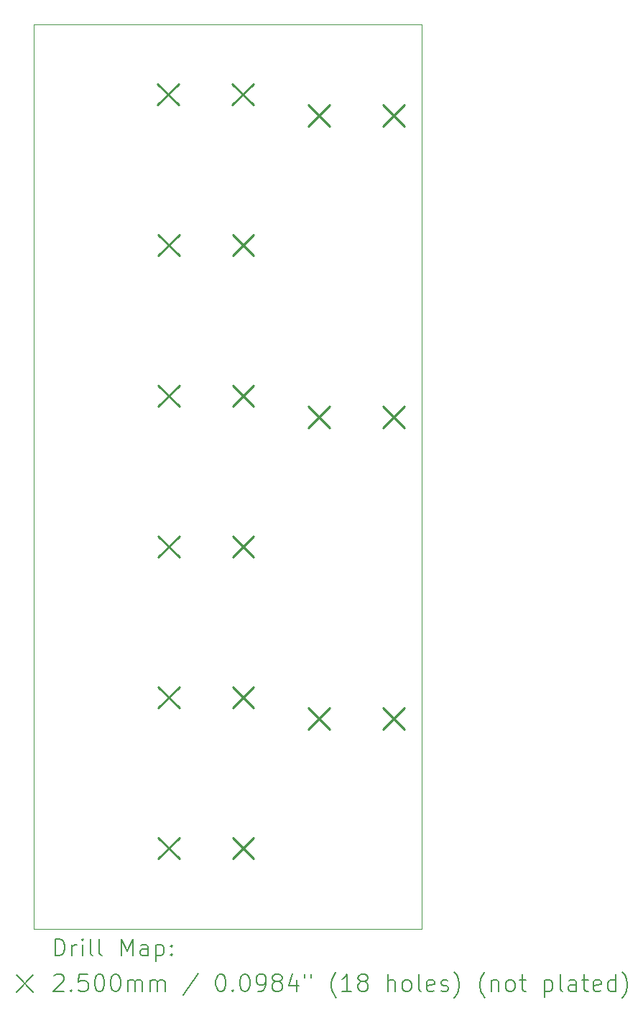
<source format=gbr>
%FSLAX45Y45*%
G04 Gerber Fmt 4.5, Leading zero omitted, Abs format (unit mm)*
G04 Created by KiCad (PCBNEW (6.0.6)) date 2024-09-22 12:15:27*
%MOMM*%
%LPD*%
G01*
G04 APERTURE LIST*
%TA.AperFunction,Profile*%
%ADD10C,0.100000*%
%TD*%
%ADD11C,0.200000*%
%ADD12C,0.250000*%
G04 APERTURE END LIST*
D10*
X3556000Y-6096000D02*
X3556000Y-16510000D01*
X3556000Y-5842000D02*
X3556000Y-6096000D01*
X8128000Y-16510000D02*
X8128000Y-5842000D01*
X8128000Y-5842000D02*
X3556000Y-5842000D01*
X3556000Y-16510000D02*
X8128000Y-16510000D01*
D11*
D12*
X5018500Y-6541000D02*
X5268500Y-6791000D01*
X5268500Y-6541000D02*
X5018500Y-6791000D01*
X5023000Y-8320500D02*
X5273000Y-8570500D01*
X5273000Y-8320500D02*
X5023000Y-8570500D01*
X5023000Y-10098500D02*
X5273000Y-10348500D01*
X5273000Y-10098500D02*
X5023000Y-10348500D01*
X5023000Y-11876500D02*
X5273000Y-12126500D01*
X5273000Y-11876500D02*
X5023000Y-12126500D01*
X5023000Y-13654500D02*
X5273000Y-13904500D01*
X5273000Y-13654500D02*
X5023000Y-13904500D01*
X5023000Y-15432500D02*
X5273000Y-15682500D01*
X5273000Y-15432500D02*
X5023000Y-15682500D01*
X5898500Y-6541000D02*
X6148500Y-6791000D01*
X6148500Y-6541000D02*
X5898500Y-6791000D01*
X5903000Y-8320500D02*
X6153000Y-8570500D01*
X6153000Y-8320500D02*
X5903000Y-8570500D01*
X5903000Y-10098500D02*
X6153000Y-10348500D01*
X6153000Y-10098500D02*
X5903000Y-10348500D01*
X5903000Y-11876500D02*
X6153000Y-12126500D01*
X6153000Y-11876500D02*
X5903000Y-12126500D01*
X5903000Y-13654500D02*
X6153000Y-13904500D01*
X6153000Y-13654500D02*
X5903000Y-13904500D01*
X5903000Y-15432500D02*
X6153000Y-15682500D01*
X6153000Y-15432500D02*
X5903000Y-15682500D01*
X6796500Y-6793500D02*
X7046500Y-7043500D01*
X7046500Y-6793500D02*
X6796500Y-7043500D01*
X6796500Y-10349500D02*
X7046500Y-10599500D01*
X7046500Y-10349500D02*
X6796500Y-10599500D01*
X6796500Y-13905500D02*
X7046500Y-14155500D01*
X7046500Y-13905500D02*
X6796500Y-14155500D01*
X7676500Y-6793500D02*
X7926500Y-7043500D01*
X7926500Y-6793500D02*
X7676500Y-7043500D01*
X7676500Y-10349500D02*
X7926500Y-10599500D01*
X7926500Y-10349500D02*
X7676500Y-10599500D01*
X7676500Y-13905500D02*
X7926500Y-14155500D01*
X7926500Y-13905500D02*
X7676500Y-14155500D01*
D11*
X3808619Y-16825476D02*
X3808619Y-16625476D01*
X3856238Y-16625476D01*
X3884809Y-16635000D01*
X3903857Y-16654048D01*
X3913381Y-16673095D01*
X3922905Y-16711190D01*
X3922905Y-16739762D01*
X3913381Y-16777857D01*
X3903857Y-16796905D01*
X3884809Y-16815952D01*
X3856238Y-16825476D01*
X3808619Y-16825476D01*
X4008619Y-16825476D02*
X4008619Y-16692143D01*
X4008619Y-16730238D02*
X4018143Y-16711190D01*
X4027667Y-16701667D01*
X4046714Y-16692143D01*
X4065762Y-16692143D01*
X4132428Y-16825476D02*
X4132428Y-16692143D01*
X4132428Y-16625476D02*
X4122905Y-16635000D01*
X4132428Y-16644524D01*
X4141952Y-16635000D01*
X4132428Y-16625476D01*
X4132428Y-16644524D01*
X4256238Y-16825476D02*
X4237190Y-16815952D01*
X4227667Y-16796905D01*
X4227667Y-16625476D01*
X4361000Y-16825476D02*
X4341952Y-16815952D01*
X4332429Y-16796905D01*
X4332429Y-16625476D01*
X4589571Y-16825476D02*
X4589571Y-16625476D01*
X4656238Y-16768333D01*
X4722905Y-16625476D01*
X4722905Y-16825476D01*
X4903857Y-16825476D02*
X4903857Y-16720714D01*
X4894333Y-16701667D01*
X4875286Y-16692143D01*
X4837190Y-16692143D01*
X4818143Y-16701667D01*
X4903857Y-16815952D02*
X4884810Y-16825476D01*
X4837190Y-16825476D01*
X4818143Y-16815952D01*
X4808619Y-16796905D01*
X4808619Y-16777857D01*
X4818143Y-16758809D01*
X4837190Y-16749286D01*
X4884810Y-16749286D01*
X4903857Y-16739762D01*
X4999095Y-16692143D02*
X4999095Y-16892143D01*
X4999095Y-16701667D02*
X5018143Y-16692143D01*
X5056238Y-16692143D01*
X5075286Y-16701667D01*
X5084810Y-16711190D01*
X5094333Y-16730238D01*
X5094333Y-16787381D01*
X5084810Y-16806429D01*
X5075286Y-16815952D01*
X5056238Y-16825476D01*
X5018143Y-16825476D01*
X4999095Y-16815952D01*
X5180048Y-16806429D02*
X5189571Y-16815952D01*
X5180048Y-16825476D01*
X5170524Y-16815952D01*
X5180048Y-16806429D01*
X5180048Y-16825476D01*
X5180048Y-16701667D02*
X5189571Y-16711190D01*
X5180048Y-16720714D01*
X5170524Y-16711190D01*
X5180048Y-16701667D01*
X5180048Y-16720714D01*
X3351000Y-17055000D02*
X3551000Y-17255000D01*
X3551000Y-17055000D02*
X3351000Y-17255000D01*
X3799095Y-17064524D02*
X3808619Y-17055000D01*
X3827667Y-17045476D01*
X3875286Y-17045476D01*
X3894333Y-17055000D01*
X3903857Y-17064524D01*
X3913381Y-17083571D01*
X3913381Y-17102619D01*
X3903857Y-17131190D01*
X3789571Y-17245476D01*
X3913381Y-17245476D01*
X3999095Y-17226429D02*
X4008619Y-17235952D01*
X3999095Y-17245476D01*
X3989571Y-17235952D01*
X3999095Y-17226429D01*
X3999095Y-17245476D01*
X4189571Y-17045476D02*
X4094333Y-17045476D01*
X4084809Y-17140714D01*
X4094333Y-17131190D01*
X4113381Y-17121667D01*
X4161000Y-17121667D01*
X4180048Y-17131190D01*
X4189571Y-17140714D01*
X4199095Y-17159762D01*
X4199095Y-17207381D01*
X4189571Y-17226429D01*
X4180048Y-17235952D01*
X4161000Y-17245476D01*
X4113381Y-17245476D01*
X4094333Y-17235952D01*
X4084809Y-17226429D01*
X4322905Y-17045476D02*
X4341952Y-17045476D01*
X4361000Y-17055000D01*
X4370524Y-17064524D01*
X4380048Y-17083571D01*
X4389571Y-17121667D01*
X4389571Y-17169286D01*
X4380048Y-17207381D01*
X4370524Y-17226429D01*
X4361000Y-17235952D01*
X4341952Y-17245476D01*
X4322905Y-17245476D01*
X4303857Y-17235952D01*
X4294333Y-17226429D01*
X4284810Y-17207381D01*
X4275286Y-17169286D01*
X4275286Y-17121667D01*
X4284810Y-17083571D01*
X4294333Y-17064524D01*
X4303857Y-17055000D01*
X4322905Y-17045476D01*
X4513381Y-17045476D02*
X4532429Y-17045476D01*
X4551476Y-17055000D01*
X4561000Y-17064524D01*
X4570524Y-17083571D01*
X4580048Y-17121667D01*
X4580048Y-17169286D01*
X4570524Y-17207381D01*
X4561000Y-17226429D01*
X4551476Y-17235952D01*
X4532429Y-17245476D01*
X4513381Y-17245476D01*
X4494333Y-17235952D01*
X4484810Y-17226429D01*
X4475286Y-17207381D01*
X4465762Y-17169286D01*
X4465762Y-17121667D01*
X4475286Y-17083571D01*
X4484810Y-17064524D01*
X4494333Y-17055000D01*
X4513381Y-17045476D01*
X4665762Y-17245476D02*
X4665762Y-17112143D01*
X4665762Y-17131190D02*
X4675286Y-17121667D01*
X4694333Y-17112143D01*
X4722905Y-17112143D01*
X4741952Y-17121667D01*
X4751476Y-17140714D01*
X4751476Y-17245476D01*
X4751476Y-17140714D02*
X4761000Y-17121667D01*
X4780048Y-17112143D01*
X4808619Y-17112143D01*
X4827667Y-17121667D01*
X4837190Y-17140714D01*
X4837190Y-17245476D01*
X4932429Y-17245476D02*
X4932429Y-17112143D01*
X4932429Y-17131190D02*
X4941952Y-17121667D01*
X4961000Y-17112143D01*
X4989571Y-17112143D01*
X5008619Y-17121667D01*
X5018143Y-17140714D01*
X5018143Y-17245476D01*
X5018143Y-17140714D02*
X5027667Y-17121667D01*
X5046714Y-17112143D01*
X5075286Y-17112143D01*
X5094333Y-17121667D01*
X5103857Y-17140714D01*
X5103857Y-17245476D01*
X5494333Y-17035952D02*
X5322905Y-17293095D01*
X5751476Y-17045476D02*
X5770524Y-17045476D01*
X5789571Y-17055000D01*
X5799095Y-17064524D01*
X5808619Y-17083571D01*
X5818143Y-17121667D01*
X5818143Y-17169286D01*
X5808619Y-17207381D01*
X5799095Y-17226429D01*
X5789571Y-17235952D01*
X5770524Y-17245476D01*
X5751476Y-17245476D01*
X5732428Y-17235952D01*
X5722905Y-17226429D01*
X5713381Y-17207381D01*
X5703857Y-17169286D01*
X5703857Y-17121667D01*
X5713381Y-17083571D01*
X5722905Y-17064524D01*
X5732428Y-17055000D01*
X5751476Y-17045476D01*
X5903857Y-17226429D02*
X5913381Y-17235952D01*
X5903857Y-17245476D01*
X5894333Y-17235952D01*
X5903857Y-17226429D01*
X5903857Y-17245476D01*
X6037190Y-17045476D02*
X6056238Y-17045476D01*
X6075286Y-17055000D01*
X6084809Y-17064524D01*
X6094333Y-17083571D01*
X6103857Y-17121667D01*
X6103857Y-17169286D01*
X6094333Y-17207381D01*
X6084809Y-17226429D01*
X6075286Y-17235952D01*
X6056238Y-17245476D01*
X6037190Y-17245476D01*
X6018143Y-17235952D01*
X6008619Y-17226429D01*
X5999095Y-17207381D01*
X5989571Y-17169286D01*
X5989571Y-17121667D01*
X5999095Y-17083571D01*
X6008619Y-17064524D01*
X6018143Y-17055000D01*
X6037190Y-17045476D01*
X6199095Y-17245476D02*
X6237190Y-17245476D01*
X6256238Y-17235952D01*
X6265762Y-17226429D01*
X6284809Y-17197857D01*
X6294333Y-17159762D01*
X6294333Y-17083571D01*
X6284809Y-17064524D01*
X6275286Y-17055000D01*
X6256238Y-17045476D01*
X6218143Y-17045476D01*
X6199095Y-17055000D01*
X6189571Y-17064524D01*
X6180048Y-17083571D01*
X6180048Y-17131190D01*
X6189571Y-17150238D01*
X6199095Y-17159762D01*
X6218143Y-17169286D01*
X6256238Y-17169286D01*
X6275286Y-17159762D01*
X6284809Y-17150238D01*
X6294333Y-17131190D01*
X6408619Y-17131190D02*
X6389571Y-17121667D01*
X6380048Y-17112143D01*
X6370524Y-17093095D01*
X6370524Y-17083571D01*
X6380048Y-17064524D01*
X6389571Y-17055000D01*
X6408619Y-17045476D01*
X6446714Y-17045476D01*
X6465762Y-17055000D01*
X6475286Y-17064524D01*
X6484809Y-17083571D01*
X6484809Y-17093095D01*
X6475286Y-17112143D01*
X6465762Y-17121667D01*
X6446714Y-17131190D01*
X6408619Y-17131190D01*
X6389571Y-17140714D01*
X6380048Y-17150238D01*
X6370524Y-17169286D01*
X6370524Y-17207381D01*
X6380048Y-17226429D01*
X6389571Y-17235952D01*
X6408619Y-17245476D01*
X6446714Y-17245476D01*
X6465762Y-17235952D01*
X6475286Y-17226429D01*
X6484809Y-17207381D01*
X6484809Y-17169286D01*
X6475286Y-17150238D01*
X6465762Y-17140714D01*
X6446714Y-17131190D01*
X6656238Y-17112143D02*
X6656238Y-17245476D01*
X6608619Y-17035952D02*
X6561000Y-17178810D01*
X6684809Y-17178810D01*
X6751476Y-17045476D02*
X6751476Y-17083571D01*
X6827667Y-17045476D02*
X6827667Y-17083571D01*
X7122905Y-17321667D02*
X7113381Y-17312143D01*
X7094333Y-17283571D01*
X7084809Y-17264524D01*
X7075286Y-17235952D01*
X7065762Y-17188333D01*
X7065762Y-17150238D01*
X7075286Y-17102619D01*
X7084809Y-17074048D01*
X7094333Y-17055000D01*
X7113381Y-17026429D01*
X7122905Y-17016905D01*
X7303857Y-17245476D02*
X7189571Y-17245476D01*
X7246714Y-17245476D02*
X7246714Y-17045476D01*
X7227667Y-17074048D01*
X7208619Y-17093095D01*
X7189571Y-17102619D01*
X7418143Y-17131190D02*
X7399095Y-17121667D01*
X7389571Y-17112143D01*
X7380048Y-17093095D01*
X7380048Y-17083571D01*
X7389571Y-17064524D01*
X7399095Y-17055000D01*
X7418143Y-17045476D01*
X7456238Y-17045476D01*
X7475286Y-17055000D01*
X7484809Y-17064524D01*
X7494333Y-17083571D01*
X7494333Y-17093095D01*
X7484809Y-17112143D01*
X7475286Y-17121667D01*
X7456238Y-17131190D01*
X7418143Y-17131190D01*
X7399095Y-17140714D01*
X7389571Y-17150238D01*
X7380048Y-17169286D01*
X7380048Y-17207381D01*
X7389571Y-17226429D01*
X7399095Y-17235952D01*
X7418143Y-17245476D01*
X7456238Y-17245476D01*
X7475286Y-17235952D01*
X7484809Y-17226429D01*
X7494333Y-17207381D01*
X7494333Y-17169286D01*
X7484809Y-17150238D01*
X7475286Y-17140714D01*
X7456238Y-17131190D01*
X7732428Y-17245476D02*
X7732428Y-17045476D01*
X7818143Y-17245476D02*
X7818143Y-17140714D01*
X7808619Y-17121667D01*
X7789571Y-17112143D01*
X7761000Y-17112143D01*
X7741952Y-17121667D01*
X7732428Y-17131190D01*
X7941952Y-17245476D02*
X7922905Y-17235952D01*
X7913381Y-17226429D01*
X7903857Y-17207381D01*
X7903857Y-17150238D01*
X7913381Y-17131190D01*
X7922905Y-17121667D01*
X7941952Y-17112143D01*
X7970524Y-17112143D01*
X7989571Y-17121667D01*
X7999095Y-17131190D01*
X8008619Y-17150238D01*
X8008619Y-17207381D01*
X7999095Y-17226429D01*
X7989571Y-17235952D01*
X7970524Y-17245476D01*
X7941952Y-17245476D01*
X8122905Y-17245476D02*
X8103857Y-17235952D01*
X8094333Y-17216905D01*
X8094333Y-17045476D01*
X8275286Y-17235952D02*
X8256238Y-17245476D01*
X8218143Y-17245476D01*
X8199095Y-17235952D01*
X8189571Y-17216905D01*
X8189571Y-17140714D01*
X8199095Y-17121667D01*
X8218143Y-17112143D01*
X8256238Y-17112143D01*
X8275286Y-17121667D01*
X8284809Y-17140714D01*
X8284809Y-17159762D01*
X8189571Y-17178810D01*
X8361000Y-17235952D02*
X8380048Y-17245476D01*
X8418143Y-17245476D01*
X8437190Y-17235952D01*
X8446714Y-17216905D01*
X8446714Y-17207381D01*
X8437190Y-17188333D01*
X8418143Y-17178810D01*
X8389571Y-17178810D01*
X8370524Y-17169286D01*
X8361000Y-17150238D01*
X8361000Y-17140714D01*
X8370524Y-17121667D01*
X8389571Y-17112143D01*
X8418143Y-17112143D01*
X8437190Y-17121667D01*
X8513381Y-17321667D02*
X8522905Y-17312143D01*
X8541952Y-17283571D01*
X8551476Y-17264524D01*
X8561000Y-17235952D01*
X8570524Y-17188333D01*
X8570524Y-17150238D01*
X8561000Y-17102619D01*
X8551476Y-17074048D01*
X8541952Y-17055000D01*
X8522905Y-17026429D01*
X8513381Y-17016905D01*
X8875286Y-17321667D02*
X8865762Y-17312143D01*
X8846714Y-17283571D01*
X8837190Y-17264524D01*
X8827667Y-17235952D01*
X8818143Y-17188333D01*
X8818143Y-17150238D01*
X8827667Y-17102619D01*
X8837190Y-17074048D01*
X8846714Y-17055000D01*
X8865762Y-17026429D01*
X8875286Y-17016905D01*
X8951476Y-17112143D02*
X8951476Y-17245476D01*
X8951476Y-17131190D02*
X8961000Y-17121667D01*
X8980048Y-17112143D01*
X9008619Y-17112143D01*
X9027667Y-17121667D01*
X9037190Y-17140714D01*
X9037190Y-17245476D01*
X9161000Y-17245476D02*
X9141952Y-17235952D01*
X9132429Y-17226429D01*
X9122905Y-17207381D01*
X9122905Y-17150238D01*
X9132429Y-17131190D01*
X9141952Y-17121667D01*
X9161000Y-17112143D01*
X9189571Y-17112143D01*
X9208619Y-17121667D01*
X9218143Y-17131190D01*
X9227667Y-17150238D01*
X9227667Y-17207381D01*
X9218143Y-17226429D01*
X9208619Y-17235952D01*
X9189571Y-17245476D01*
X9161000Y-17245476D01*
X9284810Y-17112143D02*
X9361000Y-17112143D01*
X9313381Y-17045476D02*
X9313381Y-17216905D01*
X9322905Y-17235952D01*
X9341952Y-17245476D01*
X9361000Y-17245476D01*
X9580048Y-17112143D02*
X9580048Y-17312143D01*
X9580048Y-17121667D02*
X9599095Y-17112143D01*
X9637190Y-17112143D01*
X9656238Y-17121667D01*
X9665762Y-17131190D01*
X9675286Y-17150238D01*
X9675286Y-17207381D01*
X9665762Y-17226429D01*
X9656238Y-17235952D01*
X9637190Y-17245476D01*
X9599095Y-17245476D01*
X9580048Y-17235952D01*
X9789571Y-17245476D02*
X9770524Y-17235952D01*
X9761000Y-17216905D01*
X9761000Y-17045476D01*
X9951476Y-17245476D02*
X9951476Y-17140714D01*
X9941952Y-17121667D01*
X9922905Y-17112143D01*
X9884810Y-17112143D01*
X9865762Y-17121667D01*
X9951476Y-17235952D02*
X9932429Y-17245476D01*
X9884810Y-17245476D01*
X9865762Y-17235952D01*
X9856238Y-17216905D01*
X9856238Y-17197857D01*
X9865762Y-17178810D01*
X9884810Y-17169286D01*
X9932429Y-17169286D01*
X9951476Y-17159762D01*
X10018143Y-17112143D02*
X10094333Y-17112143D01*
X10046714Y-17045476D02*
X10046714Y-17216905D01*
X10056238Y-17235952D01*
X10075286Y-17245476D01*
X10094333Y-17245476D01*
X10237190Y-17235952D02*
X10218143Y-17245476D01*
X10180048Y-17245476D01*
X10161000Y-17235952D01*
X10151476Y-17216905D01*
X10151476Y-17140714D01*
X10161000Y-17121667D01*
X10180048Y-17112143D01*
X10218143Y-17112143D01*
X10237190Y-17121667D01*
X10246714Y-17140714D01*
X10246714Y-17159762D01*
X10151476Y-17178810D01*
X10418143Y-17245476D02*
X10418143Y-17045476D01*
X10418143Y-17235952D02*
X10399095Y-17245476D01*
X10361000Y-17245476D01*
X10341952Y-17235952D01*
X10332429Y-17226429D01*
X10322905Y-17207381D01*
X10322905Y-17150238D01*
X10332429Y-17131190D01*
X10341952Y-17121667D01*
X10361000Y-17112143D01*
X10399095Y-17112143D01*
X10418143Y-17121667D01*
X10494333Y-17321667D02*
X10503857Y-17312143D01*
X10522905Y-17283571D01*
X10532429Y-17264524D01*
X10541952Y-17235952D01*
X10551476Y-17188333D01*
X10551476Y-17150238D01*
X10541952Y-17102619D01*
X10532429Y-17074048D01*
X10522905Y-17055000D01*
X10503857Y-17026429D01*
X10494333Y-17016905D01*
M02*

</source>
